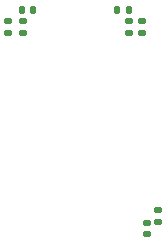
<source format=gbp>
G04 #@! TF.GenerationSoftware,KiCad,Pcbnew,8.0.7*
G04 #@! TF.CreationDate,2025-03-31T16:49:52+02:00*
G04 #@! TF.ProjectId,OLED_encoder,4f4c4544-5f65-46e6-936f-6465722e6b69,rev?*
G04 #@! TF.SameCoordinates,Original*
G04 #@! TF.FileFunction,Paste,Bot*
G04 #@! TF.FilePolarity,Positive*
%FSLAX46Y46*%
G04 Gerber Fmt 4.6, Leading zero omitted, Abs format (unit mm)*
G04 Created by KiCad (PCBNEW 8.0.7) date 2025-03-31 16:49:52*
%MOMM*%
%LPD*%
G01*
G04 APERTURE LIST*
G04 Aperture macros list*
%AMRoundRect*
0 Rectangle with rounded corners*
0 $1 Rounding radius*
0 $2 $3 $4 $5 $6 $7 $8 $9 X,Y pos of 4 corners*
0 Add a 4 corners polygon primitive as box body*
4,1,4,$2,$3,$4,$5,$6,$7,$8,$9,$2,$3,0*
0 Add four circle primitives for the rounded corners*
1,1,$1+$1,$2,$3*
1,1,$1+$1,$4,$5*
1,1,$1+$1,$6,$7*
1,1,$1+$1,$8,$9*
0 Add four rect primitives between the rounded corners*
20,1,$1+$1,$2,$3,$4,$5,0*
20,1,$1+$1,$4,$5,$6,$7,0*
20,1,$1+$1,$6,$7,$8,$9,0*
20,1,$1+$1,$8,$9,$2,$3,0*%
G04 Aperture macros list end*
%ADD10RoundRect,0.140000X-0.170000X0.140000X-0.170000X-0.140000X0.170000X-0.140000X0.170000X0.140000X0*%
%ADD11RoundRect,0.135000X-0.185000X0.135000X-0.185000X-0.135000X0.185000X-0.135000X0.185000X0.135000X0*%
%ADD12RoundRect,0.135000X0.185000X-0.135000X0.185000X0.135000X-0.185000X0.135000X-0.185000X-0.135000X0*%
%ADD13RoundRect,0.140000X0.140000X0.170000X-0.140000X0.170000X-0.140000X-0.170000X0.140000X-0.170000X0*%
%ADD14RoundRect,0.140000X-0.140000X-0.170000X0.140000X-0.170000X0.140000X0.170000X-0.140000X0.170000X0*%
G04 APERTURE END LIST*
D10*
X171529178Y-126525302D03*
X171529178Y-127485302D03*
D11*
X171144269Y-109467162D03*
X171144269Y-110487162D03*
X159749563Y-109467162D03*
X159749563Y-110487162D03*
D12*
X161000000Y-110510000D03*
X161000000Y-109490000D03*
D11*
X172500000Y-125480000D03*
X172500000Y-126500000D03*
D13*
X170000000Y-108500000D03*
X169040000Y-108500000D03*
D14*
X160967175Y-108500000D03*
X161927175Y-108500000D03*
D11*
X170000000Y-109490000D03*
X170000000Y-110510000D03*
M02*

</source>
